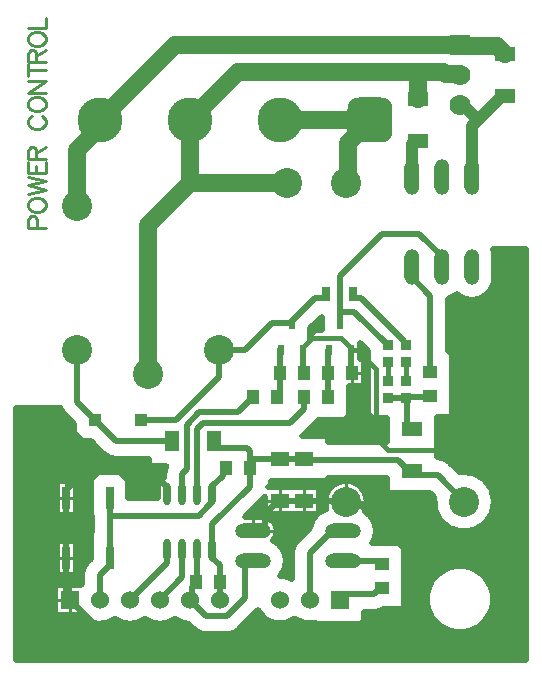
<source format=gtl>
G04*
G04 #@! TF.GenerationSoftware,Altium Limited,Altium Designer,20.2.5 (213)*
G04*
G04 Layer_Physical_Order=1*
G04 Layer_Color=255*
%FSLAX25Y25*%
%MOIN*%
G70*
G04*
G04 #@! TF.SameCoordinates,D46C28A9-7DA0-4B25-B7FC-F21E02E80399*
G04*
G04*
G04 #@! TF.FilePolarity,Positive*
G04*
G01*
G75*
%ADD13C,0.01000*%
%ADD14O,0.02362X0.07480*%
%ADD15R,0.04400X0.04400*%
%ADD16R,0.05000X0.04000*%
%ADD17O,0.12000X0.05000*%
%ADD18R,0.02200X0.03400*%
%ADD19R,0.02900X0.05000*%
%ADD20R,0.04000X0.05000*%
%ADD21R,0.03200X0.03200*%
%ADD22R,0.06800X0.05000*%
%ADD23R,0.06000X0.05000*%
%ADD24R,0.05000X0.06800*%
%ADD25R,0.02500X0.07500*%
%ADD26O,0.05000X0.12000*%
%ADD47C,0.02000*%
%ADD48C,0.04000*%
%ADD49C,0.01500*%
%ADD50C,0.06000*%
%ADD51C,0.06000*%
%ADD52R,0.06000X0.06000*%
%ADD53C,0.15000*%
G04:AMPARAMS|DCode=54|XSize=150mil|YSize=150mil|CornerRadius=37.5mil|HoleSize=0mil|Usage=FLASHONLY|Rotation=180.000|XOffset=0mil|YOffset=0mil|HoleType=Round|Shape=RoundedRectangle|*
%AMROUNDEDRECTD54*
21,1,0.15000,0.07500,0,0,180.0*
21,1,0.07500,0.15000,0,0,180.0*
1,1,0.07500,-0.03750,0.03750*
1,1,0.07500,0.03750,0.03750*
1,1,0.07500,0.03750,-0.03750*
1,1,0.07500,-0.03750,-0.03750*
%
%ADD54ROUNDEDRECTD54*%
%ADD55C,0.10000*%
%ADD56C,0.07000*%
%ADD57R,0.07000X0.07000*%
D13*
X114000Y95700D02*
X117000D01*
X114000Y92200D02*
Y95700D01*
X113740Y103400D02*
X115840D01*
X112000Y52701D02*
X118000D01*
X112000D02*
Y58701D01*
X106000Y52701D02*
X112000D01*
X98000Y53000D02*
Y56500D01*
Y53000D02*
X102000D01*
X98000Y49500D02*
Y53000D01*
X90000D02*
Y56500D01*
X86000Y53000D02*
X90000D01*
Y49500D02*
Y53000D01*
X81000Y43000D02*
Y46500D01*
Y43000D02*
X88000D01*
X18800Y54000D02*
Y58750D01*
Y54000D02*
X21050D01*
X18800Y49250D02*
Y54000D01*
X16550D02*
X18800D01*
Y34000D02*
Y38750D01*
Y34000D02*
X21050D01*
X18800Y29250D02*
Y34000D01*
X16550D02*
X18800D01*
X20000Y20000D02*
Y24000D01*
Y16000D02*
Y20000D01*
X16000D02*
X20000D01*
X9144Y144000D02*
Y146571D01*
X8858Y147428D01*
X8572Y147713D01*
X8001Y147999D01*
X7144D01*
X6573Y147713D01*
X6287Y147428D01*
X6001Y146571D01*
Y144000D01*
X12000D01*
X6001Y151056D02*
X6287Y150484D01*
X6858Y149913D01*
X7430Y149627D01*
X8286Y149342D01*
X9715D01*
X10572Y149627D01*
X11143Y149913D01*
X11714Y150484D01*
X12000Y151056D01*
Y152198D01*
X11714Y152770D01*
X11143Y153341D01*
X10572Y153627D01*
X9715Y153912D01*
X8286D01*
X7430Y153627D01*
X6858Y153341D01*
X6287Y152770D01*
X6001Y152198D01*
Y151056D01*
Y155312D02*
X12000Y156740D01*
X6001Y158168D02*
X12000Y156740D01*
X6001Y158168D02*
X12000Y159597D01*
X6001Y161025D02*
X12000Y159597D01*
X6001Y165938D02*
Y162225D01*
X12000D01*
Y165938D01*
X8858Y162225D02*
Y164510D01*
X6001Y166938D02*
X12000D01*
X6001D02*
Y169509D01*
X6287Y170366D01*
X6573Y170651D01*
X7144Y170937D01*
X7715D01*
X8286Y170651D01*
X8572Y170366D01*
X8858Y169509D01*
Y166938D01*
Y168938D02*
X12000Y170937D01*
X7430Y181278D02*
X6858Y180992D01*
X6287Y180421D01*
X6001Y179850D01*
Y178707D01*
X6287Y178136D01*
X6858Y177564D01*
X7430Y177279D01*
X8286Y176993D01*
X9715D01*
X10572Y177279D01*
X11143Y177564D01*
X11714Y178136D01*
X12000Y178707D01*
Y179850D01*
X11714Y180421D01*
X11143Y180992D01*
X10572Y181278D01*
X6001Y184677D02*
X6287Y184106D01*
X6858Y183534D01*
X7430Y183249D01*
X8286Y182963D01*
X9715D01*
X10572Y183249D01*
X11143Y183534D01*
X11714Y184106D01*
X12000Y184677D01*
Y185820D01*
X11714Y186391D01*
X11143Y186962D01*
X10572Y187248D01*
X9715Y187533D01*
X8286D01*
X7430Y187248D01*
X6858Y186962D01*
X6287Y186391D01*
X6001Y185820D01*
Y184677D01*
Y188933D02*
X12000D01*
X6001D02*
X12000Y192932D01*
X6001D02*
X12000D01*
X6001Y196589D02*
X12000D01*
X6001Y194589D02*
Y198588D01*
Y199302D02*
X12000D01*
X6001D02*
Y201873D01*
X6287Y202730D01*
X6573Y203016D01*
X7144Y203302D01*
X7715D01*
X8286Y203016D01*
X8572Y202730D01*
X8858Y201873D01*
Y199302D01*
Y201302D02*
X12000Y203302D01*
X6001Y206358D02*
X6287Y205787D01*
X6858Y205216D01*
X7430Y204930D01*
X8286Y204644D01*
X9715D01*
X10572Y204930D01*
X11143Y205216D01*
X11714Y205787D01*
X12000Y206358D01*
Y207501D01*
X11714Y208072D01*
X11143Y208643D01*
X10572Y208929D01*
X9715Y209215D01*
X8286D01*
X7430Y208929D01*
X6858Y208643D01*
X6287Y208072D01*
X6001Y207501D01*
Y206358D01*
Y210614D02*
X12000D01*
Y214042D01*
D14*
X67500Y55252D02*
D03*
X62500D02*
D03*
X57500D02*
D03*
X52500D02*
D03*
X67500Y36748D02*
D03*
X62500D02*
D03*
X57500D02*
D03*
X52500D02*
D03*
D15*
X28400Y80000D02*
D03*
X43600D02*
D03*
D16*
X124000Y32000D02*
D03*
Y24000D02*
D03*
X140000Y96000D02*
D03*
Y88000D02*
D03*
D17*
X111000Y33000D02*
D03*
Y43000D02*
D03*
X81000D02*
D03*
Y33000D02*
D03*
D18*
X106260Y103400D02*
D03*
X113740Y103400D02*
D03*
X110000Y112000D02*
D03*
X90260Y103200D02*
D03*
X97740Y103200D02*
D03*
X94000Y111800D02*
D03*
D19*
X114528Y122000D02*
D03*
X105472D02*
D03*
D20*
X114000Y95700D02*
D03*
X106000D02*
D03*
X98000Y95500D02*
D03*
X90000D02*
D03*
X106000Y87500D02*
D03*
X98000D02*
D03*
X89000D02*
D03*
X81000D02*
D03*
X72000Y64000D02*
D03*
X80000D02*
D03*
X70000Y26000D02*
D03*
X62000D02*
D03*
D21*
X126000Y87200D02*
D03*
Y92800D02*
D03*
Y104800D02*
D03*
Y99200D02*
D03*
X132000Y104800D02*
D03*
Y99200D02*
D03*
Y87200D02*
D03*
Y92800D02*
D03*
D22*
X134000Y63000D02*
D03*
Y77000D02*
D03*
X136000Y187000D02*
D03*
Y173000D02*
D03*
X165000Y188000D02*
D03*
Y202000D02*
D03*
D23*
X90000Y67000D02*
D03*
Y53000D02*
D03*
X98000Y67000D02*
D03*
Y53000D02*
D03*
D24*
X54000Y73000D02*
D03*
X68000D02*
D03*
D25*
X18800Y54000D02*
D03*
Y34000D02*
D03*
X33200D02*
D03*
Y54000D02*
D03*
D26*
X154000Y131000D02*
D03*
Y161000D02*
D03*
X134000D02*
D03*
X144000D02*
D03*
Y131000D02*
D03*
X133906Y130999D02*
D03*
D47*
X161500Y134500D02*
G03*
X161071Y137000I-7500J0D01*
G01*
X149000Y121910D02*
G03*
X161500Y127500I5000J5590D01*
G01*
X146000Y120272D02*
G03*
X149000Y121910I-2000J7228D01*
G01*
X161370Y52701D02*
G03*
X149956Y62600I-10000J0D01*
G01*
X146807Y65749D02*
G03*
X142565Y67506I-4243J-4243D01*
G01*
X141471Y54115D02*
G03*
X161370Y52701I9900J-1414D01*
G01*
X146810Y65746D02*
G03*
X142565Y67506I-4245J-4240D01*
G01*
X120844Y39000D02*
G03*
X122000Y43000I-6344J4000D01*
G01*
X118229Y49507D02*
G03*
X119000Y52701I-6229J3194D01*
G01*
X122000Y43000D02*
G03*
X118229Y49507I-7500J0D01*
G01*
D02*
G03*
X119000Y52701I-6229J3194D01*
G01*
X121500Y16000D02*
G03*
X124817Y17000I0J6000D01*
G01*
X121500Y16000D02*
G03*
X124817Y17000I0J6000D01*
G01*
X102243Y79257D02*
G03*
X102873Y80000I-4243J4243D01*
G01*
X102240Y79255D02*
G03*
X102873Y80000I-4240J4245D01*
G01*
X119000Y52701D02*
G03*
X105456Y50216I-7000J0D01*
G01*
X119000Y52701D02*
G03*
X105456Y50216I-7000J0D01*
G01*
X52093Y64600D02*
G03*
X51500Y62000I5407J-2600D01*
G01*
X105456Y50216D02*
G03*
X103000Y49000I2044J-7216D01*
G01*
D02*
G03*
X102401Y48500I4500J-6000D01*
G01*
D02*
G03*
X100075Y44061I5099J-5500D01*
G01*
X84243Y53460D02*
G03*
X85000Y54386I-4243J4243D01*
G01*
X84240Y53457D02*
G03*
X85000Y54386I-4240J4245D01*
G01*
X87664Y39800D02*
G03*
X89000Y43000I-3164J3200D01*
G01*
D02*
G03*
X84500Y47500I-4500J0D01*
G01*
X31155Y68760D02*
G03*
X35400Y67000I4245J4240D01*
G01*
X31157Y68757D02*
G03*
X35400Y67000I4243J4243D01*
G01*
X16729Y84000D02*
G03*
X18135Y81779I5649J2022D01*
G01*
X16729Y84000D02*
G03*
X18138Y81777I5649J2022D01*
G01*
X52093Y64600D02*
G03*
X51500Y62000I5407J-2600D01*
G01*
Y60831D02*
G03*
X49319Y57811I1000J-3020D01*
G01*
X95757Y39743D02*
G03*
X94000Y35500I4243J-4243D01*
G01*
X95760Y39745D02*
G03*
X94000Y35500I4240J-4245D01*
G01*
X92000Y33000D02*
G03*
X87664Y39800I-7500J0D01*
G01*
X95000Y13755D02*
G03*
X102000Y12254I5000J6245D01*
G01*
X82792Y16529D02*
G03*
X95000Y13755I7208J3471D01*
G01*
X90090Y27999D02*
G03*
X92000Y33000I-5590J5001D01*
G01*
X94000Y26928D02*
G03*
X90090Y27999I-4000J-6928D01*
G01*
X55000Y13755D02*
G03*
X59499Y12016I5000J6245D01*
G01*
X24112Y14584D02*
G03*
X35000Y13755I5888J5416D01*
G01*
D02*
G03*
X45000Y13755I5000J6245D01*
G01*
D02*
G03*
X55000Y13755I5000J6245D01*
G01*
X72278Y8500D02*
G03*
X76523Y10260I0J6000D01*
G01*
X72278Y8500D02*
G03*
X76521Y10257I0J6000D01*
G01*
X61255Y10260D02*
G03*
X65500Y8500I4245J4240D01*
G01*
X61257Y10257D02*
G03*
X65500Y8500I4243J4243D01*
G01*
X25757Y32543D02*
G03*
X24000Y28300I4243J-4243D01*
G01*
X25760Y32545D02*
G03*
X24000Y28300I4240J-4245D01*
G01*
Y25499D02*
G03*
X15391Y25000I-4000J-5499D01*
G01*
X24000Y25291D02*
G03*
X23755Y25000I6000J-5291D01*
G01*
X15391D02*
G03*
X15000Y24609I4609J-5000D01*
G01*
Y15391D02*
G03*
X15391Y15000I5000J4609D01*
G01*
X23755D02*
G03*
X24112Y14584I6245J5000D01*
G01*
X15391Y15000D02*
G03*
X24112Y14584I4609J5000D01*
G01*
X15000Y24609D02*
G03*
X15000Y15391I5000J-4609D01*
G01*
X168994Y137000D02*
X172000Y133994D01*
X166166Y137000D02*
X172000Y131166D01*
X161071Y137000D02*
X172000D01*
X163337D02*
X172000Y128337D01*
X161486Y127050D02*
X171437Y137000D01*
X161500Y133180D02*
X172000Y122680D01*
X161303Y136205D02*
X172000Y125509D01*
X161500Y132720D02*
X165780Y137000D01*
X161500Y129892D02*
X168608Y137000D01*
X161435Y135484D02*
X162951Y137000D01*
X161500Y127500D02*
Y134500D01*
X151688Y120365D02*
X172000Y100053D01*
X148042Y121183D02*
X172000Y97225D01*
X147500Y101750D02*
X172000Y126250D01*
X147500Y98921D02*
X172000Y123421D01*
X154835Y120047D02*
X172000Y102882D01*
X147500Y90436D02*
X172000Y114936D01*
X147500Y101926D02*
X172000Y77426D01*
X161500Y130352D02*
X172000Y119852D01*
X161500Y127524D02*
X172000Y117024D01*
X161103Y125092D02*
X172000Y114195D01*
X160154Y123213D02*
X172000Y111367D01*
X158801Y121738D02*
X172000Y108538D01*
X157058Y120652D02*
X172000Y105710D01*
X146000Y117220D02*
X149960Y121181D01*
X146000Y103078D02*
X172000Y129078D01*
X146000Y108735D02*
X172000Y134735D01*
X146000Y105907D02*
X172000Y131907D01*
X146000Y114392D02*
X151906Y120298D01*
X147500Y96093D02*
X172000Y120593D01*
X146000Y111564D02*
X154450Y120013D01*
X146000Y120049D02*
X146319Y120367D01*
X146000Y103000D02*
Y120272D01*
Y103426D02*
X146426Y103000D01*
X147500Y101926D01*
X146000Y103000D02*
X147500D01*
X146000Y111911D02*
X172000Y85911D01*
X147500Y84779D02*
X172000Y109279D01*
X146000Y109082D02*
X172000Y83082D01*
X147500Y81951D02*
X172000Y106451D01*
X146000Y106254D02*
X172000Y80254D01*
X142400Y74022D02*
X172000Y103622D01*
X146097Y120299D02*
X172000Y94396D01*
X147500Y93264D02*
X172000Y117764D01*
X146000Y117568D02*
X172000Y91568D01*
X147500Y95000D02*
Y103000D01*
Y87608D02*
X172000Y112108D01*
X146000Y114739D02*
X172000Y88739D01*
X147500Y93440D02*
X172000Y68940D01*
X147500Y90612D02*
X172000Y66112D01*
X147500Y99097D02*
X172000Y74597D01*
X147500Y96269D02*
X172000Y71769D01*
X150865Y62688D02*
X172000Y83823D01*
X153481Y62476D02*
X172000Y80995D01*
X147538Y65018D02*
X172000Y89480D01*
X147500Y89000D02*
Y95000D01*
Y81000D02*
Y89000D01*
Y95000D01*
X148952Y63604D02*
X172000Y86652D01*
X147500Y87783D02*
X172000Y63283D01*
X146810Y65746D02*
X149956Y62600D01*
X155597Y61764D02*
X172000Y78166D01*
X147500Y82127D02*
X172000Y57627D01*
X147500Y84955D02*
X172000Y60455D01*
X158840Y59349D02*
X172000Y72510D01*
X160026Y57708D02*
X172000Y69681D01*
X157366Y60704D02*
X172000Y75338D01*
X160895Y55747D02*
X172000Y66853D01*
X161347Y53372D02*
X172000Y64024D01*
X161252Y54232D02*
X172000Y43485D01*
X161282Y51374D02*
X172000Y40656D01*
X161069Y50265D02*
X172000Y61196D01*
X144155Y67292D02*
X172000Y95137D01*
X146068Y66377D02*
X172000Y92309D01*
X142400Y71194D02*
X172000Y100794D01*
X142400Y68365D02*
X172000Y97965D01*
X146549Y81000D02*
X147500Y81951D01*
X142400Y81000D02*
X147500D01*
X142400Y76851D02*
X146549Y81000D01*
X142400Y70500D02*
Y81000D01*
Y79679D02*
X143721Y81000D01*
X142400Y69500D02*
Y70500D01*
Y67506D02*
Y69500D01*
Y70500D01*
X145798Y81000D02*
X172000Y54798D01*
X142970Y81000D02*
X172000Y51970D01*
X142400Y78741D02*
X172000Y49141D01*
X142400Y73084D02*
X152902Y62583D01*
X142400Y75913D02*
X172000Y46313D01*
X142400Y70256D02*
X150044Y62612D01*
X134529Y55500D02*
X143510Y46518D01*
X140086Y55500D02*
X141471Y54115D01*
X137357Y55500D02*
X141455Y51402D01*
X130005Y39000D02*
X141595Y50590D01*
X119400Y98200D02*
Y99400D01*
Y93800D02*
Y98200D01*
X118000Y97706D02*
X119400Y99106D01*
Y93800D02*
Y98200D01*
X118000Y94877D02*
X119400Y96277D01*
X118000Y94656D02*
X119400Y93256D01*
X118000Y97484D02*
X119400Y96084D01*
Y99400D02*
Y102915D01*
Y99400D02*
Y102915D01*
X117666Y100200D02*
X119400Y101934D01*
Y98200D02*
Y99400D01*
Y98200D02*
Y99400D01*
X116840Y101473D02*
X119400Y98913D01*
Y92600D02*
Y93800D01*
Y92600D02*
Y93800D01*
Y92600D02*
Y93800D01*
X118000Y92049D02*
X119400Y93449D01*
X120742Y80600D02*
X125600Y75742D01*
Y72750D02*
Y80600D01*
X119400Y81942D02*
X120742Y80600D01*
X119400Y86200D02*
Y92600D01*
Y86200D02*
Y92600D01*
X118000Y91200D02*
Y100200D01*
Y91828D02*
X119400Y90428D01*
Y80600D02*
Y86200D01*
X117151Y91200D02*
X118000Y92049D01*
X116840Y105031D02*
X117062Y105253D01*
X116840Y104301D02*
X119400Y101741D01*
X116840Y105475D02*
X119400Y102915D01*
X116840Y100200D02*
Y105475D01*
Y102203D02*
X118476Y103839D01*
X116840Y100200D02*
X118000D01*
X113000Y91200D02*
X118000D01*
X113000Y88200D02*
Y91200D01*
Y88200D02*
Y91200D01*
Y89877D02*
X114323Y91200D01*
X115799D02*
X119400Y87599D01*
X113000Y91171D02*
X119400Y84771D01*
X113000Y84220D02*
X119400Y90620D01*
X113000Y85514D02*
X125600Y72914D01*
X113000Y82686D02*
X122935Y72750D01*
X113000Y88342D02*
X119400Y81942D01*
X113000Y81392D02*
X119400Y87792D01*
X113000Y80000D02*
Y88200D01*
Y87049D02*
X117151Y91200D01*
X111608Y80000D02*
X113000Y81392D01*
X110015Y72750D02*
X119400Y82135D01*
X107186Y72750D02*
X119400Y84964D01*
X123571Y80600D02*
X125600Y78571D01*
X124157Y72750D02*
X125600Y74193D01*
X118500Y72750D02*
X125600Y79850D01*
X121329Y72750D02*
X125600Y77021D01*
Y55500D02*
X140086D01*
X125600Y55943D02*
X126043Y55500D01*
X119654Y48448D02*
X126706Y55500D01*
X123622Y60750D02*
X125600Y58772D01*
X120793Y60750D02*
X125600Y55943D01*
X119400Y80600D02*
X125400D01*
X125600Y55500D02*
Y60750D01*
X118964Y53414D02*
X125600Y60051D01*
X118513Y50135D02*
X125600Y57222D01*
X121757Y44894D02*
X132363Y55500D01*
X121965Y42273D02*
X135191Y55500D01*
X121520Y39000D02*
X138020Y55500D01*
X124348Y39000D02*
X140467Y55119D01*
X127177Y39000D02*
X141383Y53206D01*
X118870Y51359D02*
X131230Y39000D01*
X120917Y46882D02*
X129535Y55500D01*
X121988Y42584D02*
X125573Y39000D01*
X120844D02*
X123000D01*
X121482Y40262D02*
X122745Y39000D01*
X120844D02*
X123000D01*
X112843Y72750D02*
X120693Y80600D01*
X115672Y72750D02*
X123522Y80600D01*
X107200Y80000D02*
X114450Y72750D01*
X110029Y80000D02*
X117279Y72750D01*
X106000D02*
X125600D01*
X112857Y80000D02*
X120107Y72750D01*
X106000Y60750D02*
X125600D01*
X106000Y72750D02*
Y74500D01*
X111042Y59635D02*
X112157Y60750D01*
X106000Y74392D02*
X111608Y80000D01*
X109480Y60750D02*
X110659Y59571D01*
X112308Y60750D02*
X113525Y59532D01*
X106000Y60250D02*
X106500Y60750D01*
X117237Y57345D02*
X120642Y60750D01*
X118356Y55635D02*
X123471Y60750D01*
X115704Y58640D02*
X117814Y60750D01*
X113721Y59486D02*
X114986Y60750D01*
X106651D02*
X108588Y58813D01*
X106000Y59500D02*
Y60750D01*
X160707Y49120D02*
X172000Y37828D01*
X159752Y47247D02*
X172000Y34999D01*
X158491Y45680D02*
X172000Y32171D01*
X156944Y44398D02*
X172000Y29342D01*
X158225Y27622D02*
X172000Y41397D01*
X159428Y25997D02*
X172000Y38568D01*
X156750Y28975D02*
X172000Y44225D01*
X156627Y29083D02*
X156998Y28757D01*
X157391Y28456D01*
X155644Y29740D02*
X156627Y29083D01*
X158227Y27620D02*
X158528Y27228D01*
X158854Y26856D01*
X157391Y28456D02*
X158227Y27620D01*
X160972Y19056D02*
X172000Y30083D01*
Y0D02*
Y137000D01*
X160353Y24093D02*
X172000Y35740D01*
X160937Y21849D02*
X172000Y32912D01*
X160716Y22964D02*
X160946Y21804D01*
X160405Y23967D02*
X172000Y12372D01*
X159685Y14940D02*
X172000Y27255D01*
X159510Y25874D02*
X159729Y25430D01*
X159976Y25002D01*
X158854Y26856D02*
X159510Y25874D01*
X160429Y23910D02*
X160557Y23432D01*
X160716Y22964D01*
X159976Y25002D02*
X160429Y23910D01*
X150562Y31273D02*
X172000Y52711D01*
X152980Y30862D02*
X172000Y49882D01*
X147441Y30980D02*
X172000Y55539D01*
X128872Y55500D02*
X153737Y30635D01*
X153202Y30786D02*
X153680Y30658D01*
X154772Y30206D01*
X152734Y30945D02*
X153202Y30786D01*
X149409Y31273D02*
X150591D01*
X151081Y31208D01*
X126043Y55500D02*
X150271Y31273D01*
X151081Y31208D02*
X151575Y31176D01*
X152734Y30945D01*
X148919Y31208D02*
X149409Y31273D01*
X155013Y30067D02*
X172000Y47054D01*
X155094Y43420D02*
X172000Y26514D01*
X131700Y55500D02*
X172000Y15200D01*
X152871Y42814D02*
X172000Y23686D01*
X150072Y42785D02*
X172000Y20857D01*
X147574Y0D02*
X172000Y24426D01*
X145188Y44841D02*
X172000Y18029D01*
X131500Y17867D02*
X172000Y58367D01*
X131500Y20696D02*
X153806Y43002D01*
X154772Y30206D02*
X155200Y29959D01*
X155644Y29740D01*
X131500Y23524D02*
X150699Y42723D01*
X161043Y20230D02*
Y20820D01*
Y19639D02*
Y20230D01*
X160946Y21804D02*
X160979Y21311D01*
X161043Y20820D01*
X160979Y19148D02*
X161043Y19639D01*
X160946Y18655D02*
X160979Y19148D01*
X160716Y17496D02*
X160946Y18655D01*
X160557Y17027D02*
X160716Y17496D01*
X160429Y16549D02*
X160557Y17027D01*
X159976Y15458D02*
X160429Y16549D01*
X159729Y15029D02*
X159976Y15458D01*
X159510Y14586D02*
X159729Y15029D01*
X158854Y13603D02*
X159510Y14586D01*
X161043Y20500D02*
X172000Y9543D01*
X160799Y17916D02*
X172000Y6715D01*
X160109Y15777D02*
X172000Y3886D01*
X159095Y13963D02*
X172000Y1058D01*
X164544Y0D02*
X172000Y7456D01*
X158888Y0D02*
X172000Y13113D01*
X158528Y13231D02*
X158854Y13603D01*
X158227Y12839D02*
X158528Y13231D01*
X157809Y12421D02*
X170230Y0D01*
X167373D02*
X172000Y4627D01*
X170201Y0D02*
X172000Y1799D01*
X161716Y0D02*
X172000Y10284D01*
X157391Y12003D02*
X158227Y12839D01*
X156998Y11702D02*
X157391Y12003D01*
X156627Y11376D02*
X156998Y11702D01*
X155644Y10719D02*
X156627Y11376D01*
X155200Y10501D02*
X155644Y10719D01*
X154772Y10253D02*
X155200Y10501D01*
X153680Y9801D02*
X154772Y10253D01*
X153202Y9673D02*
X153680Y9801D01*
X152734Y9514D02*
X153202Y9673D01*
X151575Y9283D02*
X152734Y9514D01*
X151081Y9251D02*
X151575Y9283D01*
X150591Y9187D02*
X151081Y9251D01*
X149409Y9187D02*
X150591D01*
X153231Y0D02*
X172000Y18769D01*
X156059Y0D02*
X172000Y15941D01*
X150402Y0D02*
X172000Y21598D01*
X154452Y10121D02*
X164573Y0D01*
X156266Y11135D02*
X167401Y0D01*
X152314Y9430D02*
X161744Y0D01*
X131500Y18931D02*
X150431Y0D01*
X144745D02*
X155290Y10545D01*
X131500Y21759D02*
X153259Y0D01*
X146263Y9824D02*
X156088Y0D01*
X149730Y9187D02*
X158916Y0D01*
X141917D02*
X151174Y9257D01*
X148425Y31176D02*
X148919Y31208D01*
X147266Y30945D02*
X148425Y31176D01*
X146798Y30786D02*
X147266Y30945D01*
X146320Y30658D02*
X146798Y30786D01*
X145228Y30206D02*
X146320Y30658D01*
X144800Y29959D02*
X145228Y30206D01*
X144356Y29740D02*
X144800Y29959D01*
X143373Y29083D02*
X144356Y29740D01*
X143002Y28757D02*
X143373Y29083D01*
X142609Y28456D02*
X143002Y28757D01*
X141773Y27620D02*
X142609Y28456D01*
X141472Y27228D02*
X141773Y27620D01*
X141146Y26856D02*
X141472Y27228D01*
X140490Y25874D02*
X141146Y26856D01*
X140271Y25430D02*
X140490Y25874D01*
X140024Y25002D02*
X140271Y25430D01*
X139571Y23910D02*
X140024Y25002D01*
X139443Y23432D02*
X139571Y23910D01*
X139284Y22964D02*
X139443Y23432D01*
X139054Y21804D02*
X139284Y22964D01*
X139021Y21311D02*
X139054Y21804D01*
X138957Y20230D02*
Y20820D01*
X139021Y19148D02*
X139054Y18655D01*
X139284Y17496D01*
X138957Y19639D02*
X139021Y19148D01*
X131500Y37666D02*
X142307Y48474D01*
X118832Y54226D02*
X143734Y29324D01*
X117965Y60750D02*
X147686Y31029D01*
X115136Y60750D02*
X145548Y30338D01*
X131500Y32010D02*
X144721Y45231D01*
X131500Y29181D02*
X146363Y44044D01*
X131500Y34838D02*
X143367Y46705D01*
X123000Y39000D02*
X131500D01*
X131230D02*
X131500Y38730D01*
X121352Y46049D02*
X128401Y39000D01*
X131500Y38730D02*
X142191Y28038D01*
X131500Y35901D02*
X140905Y26496D01*
X131500Y31000D02*
Y39000D01*
Y33073D02*
X139891Y24682D01*
X131500Y30244D02*
X139201Y22544D01*
X131500Y26353D02*
X148324Y43176D01*
X138957Y20820D02*
X139021Y21311D01*
X131500Y24588D02*
X139595Y16493D01*
X116461Y0D02*
X139250Y22788D01*
X131500Y25000D02*
Y31000D01*
Y27416D02*
X138957Y19959D01*
X131500Y25000D02*
Y31000D01*
X138957Y19639D02*
Y20230D01*
X131500Y17000D02*
Y25000D01*
X119289Y0D02*
X138957Y19667D01*
X141472Y13231D02*
X141773Y12839D01*
X142609Y12003D01*
X140490Y14586D02*
X141146Y13603D01*
X141472Y13231D01*
X143002Y11702D02*
X143373Y11376D01*
X144356Y10719D01*
X142609Y12003D02*
X143002Y11702D01*
X139284Y17496D02*
X139443Y17027D01*
X139571Y16549D01*
X130633Y17000D02*
X131500Y17867D01*
X140024Y15458D02*
X140271Y15029D01*
X140490Y14586D01*
X139571Y16549D02*
X140024Y15458D01*
X146798Y9673D02*
X147266Y9514D01*
X148425Y9283D01*
X146320Y9801D02*
X146798Y9673D01*
X148425Y9283D02*
X148919Y9251D01*
X149409Y9187D01*
X139088Y0D02*
X148381Y9292D01*
X144356Y10719D02*
X144800Y10501D01*
X133432Y0D02*
X144233Y10802D01*
X130603Y0D02*
X142608Y12004D01*
X144800Y10501D02*
X145228Y10253D01*
X146320Y9801D01*
X136260Y0D02*
X146137Y9877D01*
X127774Y17000D02*
X144774Y0D01*
X130602Y17000D02*
X147602Y0D01*
X122118D02*
X139368Y17250D01*
X124817Y17000D02*
X131500D01*
X127775Y0D02*
X141254Y13480D01*
X122941Y16176D02*
X139117Y0D01*
X118000Y12853D02*
X121147Y16000D01*
X118000D02*
X121500D01*
X118000Y15681D02*
X118319Y16000D01*
X118000Y12000D02*
Y16000D01*
X117147Y12000D02*
X118000Y12853D01*
X120289Y16000D02*
X136289Y0D01*
X124945Y17000D02*
X141946Y0D01*
X113633D02*
X130633Y17000D01*
X118000Y15460D02*
X133460Y0D01*
X124946D02*
X140163Y15216D01*
X118000Y12632D02*
X130632Y0D01*
X110804D02*
X127804Y17000D01*
X115803Y12000D02*
X127803Y0D01*
X107976D02*
X124976Y17000D01*
X110146Y12000D02*
X122146Y0D01*
X112975Y12000D02*
X124975Y0D01*
X107318Y12000D02*
X119318Y0D01*
X102535Y112950D02*
X103900Y111584D01*
Y110100D02*
Y114315D01*
X100160Y110100D02*
X103900D01*
X102110D02*
X103900Y111890D01*
X102873Y80000D02*
X105000D01*
X113000D01*
X102873D02*
X105000D01*
X101121Y111535D02*
X102556Y110100D01*
X100160Y106900D02*
Y110100D01*
X100100Y106900D02*
Y110515D01*
X100160Y108150D02*
X102110Y110100D01*
X103280Y74500D02*
X108780Y80000D01*
X104372D02*
X111622Y72750D01*
X102264Y79279D02*
X108793Y72750D01*
X103000Y54421D02*
X109329Y60750D01*
X105073Y59500D02*
X106987Y57586D01*
X100850Y77865D02*
X104215Y74500D01*
X105250Y59500D02*
X106000Y60250D01*
X100451Y74500D02*
X105951Y80000D01*
X103000Y57250D02*
X105250Y59500D01*
X102244D02*
X105798Y55946D01*
X100422Y57500D02*
X102422Y59500D01*
X100100Y110515D02*
X103900Y114315D01*
X99436Y76451D02*
X101386Y74500D01*
X97688Y74702D02*
X102240Y79255D01*
X97623Y74500D02*
X103123Y80000D01*
X98022Y75036D02*
X98558Y74500D01*
X98000Y59500D02*
X106000D01*
X97475Y74500D02*
X106000D01*
X97475Y74500D02*
X98000D01*
X46500Y64600D02*
X52093D01*
X90000Y59500D02*
X98000D01*
X87000Y59500D02*
X98000D01*
X87000Y58220D02*
X88280Y59500D01*
X97593Y57500D02*
X99593Y59500D01*
X99416D02*
X101416Y57500D01*
X96588Y59500D02*
X98588Y57500D01*
X93759Y59500D02*
X95759Y57500D01*
X94765D02*
X96765Y59500D01*
X91936Y57500D02*
X93937Y59500D01*
X89108Y57500D02*
X91108Y59500D01*
X90931D02*
X92931Y57500D01*
X88102Y59500D02*
X90102Y57500D01*
X87000Y57774D02*
X87274Y57500D01*
X87000D02*
Y59500D01*
X86280Y57500D02*
X87000Y58220D01*
X103000Y55916D02*
X105091Y53825D01*
X103000Y51593D02*
X105066Y53659D01*
X95000Y57500D02*
X103000D01*
Y49000D02*
Y57500D01*
Y53088D02*
X105254Y50834D01*
X103704Y49468D02*
X105215Y50979D01*
X103000Y50259D02*
X103759Y49500D01*
X93000Y57500D02*
X95000D01*
X93000D02*
X95000D01*
X101931Y48500D02*
X102162Y48269D01*
X99102Y48500D02*
X100950Y46653D01*
X95000Y48500D02*
X102401D01*
X96274D02*
X100173Y44601D01*
X93445Y48500D02*
X98980Y42965D01*
X90617Y48500D02*
X97566Y41551D01*
X93000Y48500D02*
X95000D01*
X95760Y39745D02*
X100075Y44061D01*
X93000Y48500D02*
X95000D01*
X85997Y57500D02*
X87000D01*
X93000D01*
X85000Y48500D02*
X93000D01*
X83536Y52753D02*
X85000Y51289D01*
Y48500D02*
Y54386D01*
X78283Y47500D02*
X84240Y53457D01*
X80707Y49924D02*
X83132Y47500D01*
X81937D02*
X85000Y50564D01*
X79293Y48510D02*
X80303Y47500D01*
X88313Y45391D02*
X91422Y48500D01*
X88993Y43243D02*
X94250Y48500D01*
X87789D02*
X96152Y40137D01*
X86900Y46807D02*
X88593Y48500D01*
X84758Y47493D02*
X85765Y48500D01*
X82121Y51339D02*
X86365Y47096D01*
X79108Y47500D02*
X85000Y53392D01*
X78283Y47500D02*
X84500D01*
X21200Y72800D02*
X27115D01*
X31155Y68760D01*
X35400Y67000D02*
X46500D01*
Y64600D02*
Y67000D01*
X32133Y62750D02*
X36383Y67000D01*
X15519Y84000D02*
X21200Y78319D01*
Y72800D02*
Y78715D01*
Y75491D02*
X23891Y72800D01*
X18138Y81777D02*
X21200Y78715D01*
X43833Y67000D02*
X50527Y60306D01*
X41004Y67000D02*
X49415Y58589D01*
X35347Y67000D02*
X48347Y54000D01*
X37789Y62750D02*
X42039Y67000D01*
X39450Y61582D02*
X44868Y67000D01*
X34961Y62750D02*
X39211Y67000D01*
X23891Y72800D02*
X33941Y62750D01*
X26719Y72800D02*
X36769Y62750D01*
X17819Y59750D02*
X28992Y70923D01*
X29304Y62750D02*
X33778Y67224D01*
X22050Y58324D02*
X31872Y68147D01*
X20647Y59750D02*
X30406Y69509D01*
X12691Y84000D02*
X21200Y75491D01*
X9862Y84000D02*
X31112Y62750D01*
X2000Y84000D02*
X16729Y84000D01*
X7034Y84000D02*
X28284Y62750D01*
X2000Y66558D02*
X17703Y82261D01*
X4205Y84000D02*
X26950Y61255D01*
X2000Y63730D02*
X19092Y80822D01*
X2000Y72215D02*
X13785Y84000D01*
X2000Y69387D02*
X16613Y84000D01*
X2000Y75044D02*
X10956Y84000D01*
X2000Y80701D02*
X5299Y84000D01*
X2000Y77872D02*
X8128Y84000D01*
X2000Y83529D02*
X2471Y84000D01*
X2000Y58073D02*
X21200Y77273D01*
X2000Y80548D02*
X26950Y55598D01*
X2000Y83377D02*
X26950Y58427D01*
X2000Y52416D02*
X22384Y72800D01*
X2000Y46760D02*
X27578Y72337D01*
X2000Y49588D02*
X25212Y72800D01*
X2000Y77720D02*
X19970Y59750D01*
X2000Y74892D02*
X17142Y59750D01*
X2000Y60902D02*
X20506Y79408D01*
X2000Y72063D02*
X15550Y58513D01*
X2000Y69235D02*
X15550Y55685D01*
X2000Y55245D02*
X21200Y74445D01*
X49061Y64600D02*
X51502Y62159D01*
X40353Y54000D02*
X50953Y64600D01*
X43182Y54000D02*
X51509Y62327D01*
X51500Y60831D02*
Y62000D01*
X49319Y54000D02*
Y57811D01*
X39450Y58754D02*
X46500Y65804D01*
X39450Y55925D02*
X48125Y64600D01*
X38176Y67000D02*
X49319Y55857D01*
X26950Y62750D02*
X39450D01*
X36769D02*
X39450Y60069D01*
X26950Y60396D02*
X29304Y62750D01*
X39450Y60069D02*
X45519Y54000D01*
X46010D02*
X49319Y57309D01*
X39450Y57241D02*
X42691Y54000D01*
X39450Y54412D02*
X39862Y54000D01*
X48838D02*
X49319Y54480D01*
X39450Y54000D02*
X49319D01*
X39450D02*
Y62750D01*
X27200Y45250D02*
Y48000D01*
X26950Y45250D02*
Y62750D01*
Y46254D02*
X27200Y46504D01*
Y42750D02*
Y45250D01*
X26950Y47113D02*
X27200Y46863D01*
X22050Y55496D02*
X26950Y60396D01*
X22050Y48250D02*
Y59750D01*
X15550D02*
X22050D01*
Y57670D02*
X26950Y52770D01*
X22050Y54842D02*
X26950Y49942D01*
X22050Y49839D02*
X26950Y54739D01*
X22050Y52667D02*
X26950Y57567D01*
X2000Y63578D02*
X15550Y50028D01*
X2000Y66406D02*
X15550Y52856D01*
X22050Y52013D02*
X26950Y47113D01*
X22050Y49185D02*
X27200Y44035D01*
X17618Y39750D02*
X26950Y49082D01*
X20156Y48250D02*
X26950Y41456D01*
X20446Y39750D02*
X26950Y46254D01*
X15550Y48250D02*
X22050D01*
X15550D02*
Y59750D01*
X2000Y57921D02*
X20171Y39750D01*
X2000Y43931D02*
X15550Y57481D01*
X2000Y41103D02*
X15550Y54653D01*
Y39750D02*
X22050D01*
X2000Y55093D02*
X17343Y39750D01*
X89757Y38350D02*
X99907Y48500D01*
X90992Y36756D02*
X101032Y46796D01*
X88138Y39559D02*
X97079Y48500D01*
X88595Y44865D02*
X94862Y38598D01*
X91797Y34733D02*
X94238Y37174D01*
X87830Y39973D02*
X88393Y39411D01*
X88836Y41796D02*
X94091Y36541D01*
X91939Y32047D02*
X94000Y34108D01*
X92000Y32975D02*
X94000Y30975D01*
X90911Y36893D02*
X94000Y33803D01*
X90691Y27970D02*
X94000Y31279D01*
X81477Y15214D02*
X96691Y0D01*
X86890Y12629D02*
X99519Y0D01*
X94570Y13434D02*
X108004Y0D01*
X82520D02*
X95745Y13225D01*
X91591Y30556D02*
X94000Y28146D01*
Y26928D02*
Y35500D01*
X90634Y28684D02*
X91451Y27867D01*
X92975Y27426D02*
X94000Y28451D01*
X76523Y10260D02*
X82740Y16477D01*
X80063Y13799D02*
X93862Y0D01*
X71206D02*
X84978Y13772D01*
X54804Y13603D02*
X68406Y0D01*
X74035D02*
X86732Y12698D01*
X52996Y12582D02*
X65578Y0D01*
X22050Y38525D02*
X27200Y43675D01*
X44013Y13079D02*
X57093Y0D01*
X42922D02*
X55996Y13074D01*
X34918Y13690D02*
X48607Y0D01*
X68378D02*
X83590Y15213D01*
X23261Y14033D02*
X37293Y0D01*
X33138Y12641D02*
X45779Y0D01*
X34437D02*
X47014Y12578D01*
X31608Y0D02*
X45205Y13597D01*
X18192Y13445D02*
X31637Y0D01*
X21165Y13300D02*
X34465Y0D01*
X2000Y26808D02*
X28808Y0D01*
X20294D02*
X32801Y12506D01*
X23123Y0D02*
X36124Y13002D01*
X14638Y0D02*
X27159Y12521D01*
X102000Y12000D02*
X118000D01*
X105147Y0D02*
X117147Y12000D01*
X98731Y12101D02*
X110833Y0D01*
X101516Y12145D02*
X113661Y0D01*
X102319D02*
X114319Y12000D01*
X104490D02*
X116490Y0D01*
X99490D02*
X111490Y12000D01*
X93834Y0D02*
X105834Y12000D01*
X96662Y0D02*
X108662Y12000D01*
X92705Y12471D02*
X105176Y0D01*
X91005D02*
X103005Y12000D01*
X79691Y0D02*
X91927Y12235D01*
X85348Y0D02*
X97689Y12341D01*
X78649Y12385D02*
X91034Y0D01*
X88177D02*
X100179Y12002D01*
X90340Y12007D02*
X102347Y0D01*
X76863D02*
X88934Y12071D01*
X75762Y9615D02*
X85377Y0D01*
X77234Y10971D02*
X88205Y0D01*
X73841Y8707D02*
X82548Y0D01*
X68392Y8500D02*
X76892Y0D01*
X71220Y8500D02*
X79720Y0D01*
X65563Y8500D02*
X74063Y0D01*
X65500Y8500D02*
X72278D01*
X65549Y0D02*
X74460Y8911D01*
X59194Y12041D02*
X71235Y0D01*
X59892D02*
X68392Y8500D01*
X62721Y0D02*
X71221Y8500D01*
X57064Y0D02*
X65564Y8500D01*
X59499Y12016D02*
X61255Y10260D01*
X50717Y12032D02*
X62749Y0D01*
X48579D02*
X60047Y11468D01*
X54236Y0D02*
X63196Y8960D01*
X51407Y0D02*
X61466Y10059D01*
X42008Y12256D02*
X54264Y0D01*
X47530Y12391D02*
X59921Y0D01*
X40093D02*
X52491Y12398D01*
X39414Y12021D02*
X51436Y0D01*
X45750D02*
X58003Y12253D01*
X2000Y0D02*
X172000D01*
X27819Y12303D02*
X40122Y0D01*
X30900Y12051D02*
X42950Y0D01*
X25951D02*
X38165Y12213D01*
X28780Y0D02*
X40822Y12042D01*
X37265Y0D02*
X49296Y12031D01*
X17466Y0D02*
X29483Y12017D01*
X26950Y33735D02*
Y42750D01*
X22050Y37871D02*
X26568Y33353D01*
X17328Y48250D02*
X26950Y38628D01*
X22050Y35697D02*
X26950Y40597D01*
X25760Y32545D02*
X26950Y33735D01*
X22050Y30040D02*
X26950Y34940D01*
X22050Y32868D02*
X26950Y37768D01*
X22050Y35043D02*
X25197Y31896D01*
X22050Y32214D02*
X24250Y30014D01*
X22050Y29386D02*
X24000Y27436D01*
Y25499D02*
Y28300D01*
X22159Y26448D02*
X23607Y25000D01*
X21476Y26638D02*
X24073Y29235D01*
X22050Y28250D02*
Y39750D01*
X20357Y28250D02*
X22159Y26448D01*
X17529Y28250D02*
X19046Y26733D01*
X20779Y25000D01*
X19839D02*
X21476Y26638D01*
X18681Y26671D02*
X20260Y28250D01*
X2000Y49436D02*
X15550Y35886D01*
X2000Y29789D02*
X20461Y48250D01*
X2000Y60749D02*
X26950Y35799D01*
X2000Y26961D02*
X26950Y51911D01*
X15550Y28250D02*
X22050D01*
X2000Y40950D02*
X16899Y26052D01*
X2000Y32617D02*
X17633Y48250D01*
X2000Y38274D02*
X15550Y51824D01*
X2000Y35446D02*
X15550Y48996D01*
X2000Y52264D02*
X15550Y38714D01*
X2000Y43779D02*
X15550Y30229D01*
Y28250D02*
Y39750D01*
X2000Y46607D02*
X15550Y33057D01*
X2000Y21304D02*
X15550Y34854D01*
X2000Y15647D02*
X15550Y29197D01*
X2000Y24132D02*
X15550Y37682D01*
X17010Y25000D02*
X18681Y26671D01*
X2000Y12818D02*
X17432Y28250D01*
X2000Y38122D02*
X15122Y25000D01*
X2000Y35293D02*
X14033Y23261D01*
X2000Y0D02*
Y84000D01*
Y18475D02*
X15550Y32025D01*
X2000Y29637D02*
X13445Y18192D01*
X2000Y32465D02*
X13300Y21165D01*
X23498Y25831D02*
X24000Y26333D01*
X15391Y25000D02*
X23755D01*
X22667D02*
X23498Y25831D01*
X16899Y26052D02*
X17950Y25000D01*
X15000D02*
X15391D01*
X15000Y15391D02*
Y24609D01*
Y25000D01*
X15391Y15000D02*
X23755D01*
X22294D02*
X23261Y14033D01*
X22771Y13790D02*
X23856Y14876D01*
X19465Y15000D02*
X21165Y13300D01*
X15000Y15000D02*
X15391D01*
X16637D02*
X18192Y13445D01*
X15000Y15000D02*
Y15391D01*
X17150Y13826D02*
X18324Y15000D01*
X19380Y13228D02*
X21152Y15000D01*
X17150Y13826D02*
X18324Y15000D01*
X14033Y23261D02*
X15000Y22294D01*
X13445Y18192D02*
X15000Y16637D01*
X13300Y21165D02*
X15000Y19465D01*
X13362Y18524D02*
X15000Y20162D01*
X6152Y0D02*
X19380Y13228D01*
X8981Y0D02*
X22771Y13790D01*
X2000Y1505D02*
X15446Y14950D01*
X13329Y21319D02*
X15000Y22990D01*
X2000Y9990D02*
X13329Y21319D01*
X14169Y16502D02*
X15000Y17333D01*
X2000Y7162D02*
X13362Y18524D01*
X2000Y4333D02*
X14169Y16502D01*
X2000Y21151D02*
X23151Y0D01*
X2000Y18323D02*
X20323Y0D01*
X2000Y23980D02*
X25980Y0D01*
X3324D02*
X17150Y13826D01*
X11809Y0D02*
X25321Y13511D01*
X2000Y15495D02*
X17494Y0D01*
X2000Y12666D02*
X14666Y0D01*
X3324D02*
X17150Y13826D01*
X2000Y9838D02*
X11838Y0D01*
X2000Y4181D02*
X6181Y0D01*
X2000Y1352D02*
X3352Y0D01*
X2000Y7009D02*
X9009Y0D01*
X123500Y24000D02*
X124000D01*
X121500Y22000D02*
X123500Y24000D01*
X112000Y22000D02*
X121500D01*
X110000Y20000D02*
X112000Y22000D01*
X123000Y33000D02*
X124000Y32000D01*
X111000Y33000D02*
X123000D01*
X100000Y20000D02*
Y35500D01*
X107500Y43000D01*
X111958Y52876D02*
X114917Y53583D01*
X111850Y52850D02*
X111958Y52876D01*
X97840Y96160D02*
Y103600D01*
X87300Y112300D02*
X94000D01*
X132000Y87600D02*
X139600D01*
X131600Y87200D02*
X132000Y87600D01*
X80000Y67000D02*
X90000D01*
X98250Y66750D02*
X129350D01*
X133100Y63000D01*
X98000Y67000D02*
X98250Y66750D01*
X47463Y62750D02*
X52500Y57713D01*
X25050Y62750D02*
X47463D01*
X18800Y56500D02*
X25050Y62750D01*
X133147Y18647D02*
Y39848D01*
X119392Y4892D02*
X133147Y18647D01*
X35108Y4892D02*
X119392D01*
X20000Y20000D02*
X35108Y4892D01*
X114917Y53583D02*
X131917Y36583D01*
X124000Y142000D02*
X136500D01*
X110000Y128000D02*
X124000Y142000D01*
X110000Y116000D02*
Y128000D01*
X136500Y142000D02*
X144000Y134500D01*
X131600Y87200D02*
X132000D01*
X126000D02*
X131600D01*
X67500Y55252D02*
Y57811D01*
Y52595D02*
Y55252D01*
X33200Y34000D02*
Y48000D01*
Y31500D02*
Y34000D01*
X90000Y53000D02*
X98000D01*
X89500D02*
X90000D01*
X18800Y54000D02*
Y56500D01*
Y34000D02*
Y54000D01*
Y21200D02*
Y34000D01*
Y21200D02*
X20000Y20000D01*
X106160Y103300D02*
X106260Y103400D01*
X90160Y103600D02*
X90260Y103700D01*
X105472Y120950D02*
Y122000D01*
X105022Y120500D02*
X105472Y120950D01*
X131400Y105400D02*
X132000Y104800D01*
X131400Y105400D02*
Y106135D01*
X117035Y120500D02*
X131400Y106135D01*
X71000Y63000D02*
X72000Y64000D01*
X62431Y36679D02*
X62500Y36748D01*
X62000Y25500D02*
Y26000D01*
X60765Y24265D02*
X62000Y25500D01*
X60000Y20000D02*
X65500Y14500D01*
X142565Y61506D02*
X151370Y52701D01*
X133957Y77000D02*
X134000D01*
X132457Y78500D02*
X133957Y77000D01*
X139600Y87600D02*
X140000Y88000D01*
X132457Y78500D02*
Y86743D01*
X132000Y87200D02*
X132457Y86743D01*
X114528Y120950D02*
X114978Y120500D01*
X144000Y131000D02*
Y134500D01*
X110000Y116000D02*
X114800D01*
X140000Y96000D02*
Y121406D01*
X133906Y127499D02*
Y130999D01*
X133100Y63000D02*
X134000D01*
X135494Y61506D01*
X142565D01*
X114978Y120500D02*
X117035D01*
X114528Y120950D02*
Y122000D01*
X101600Y120500D02*
X105022D01*
X94000Y112900D02*
X101600Y120500D01*
X94000Y112300D02*
Y112900D01*
X22378Y86022D02*
X28400Y80000D01*
X71000Y61311D02*
Y63000D01*
X110000Y112000D02*
Y116000D01*
X114800D02*
X126000Y104800D01*
X52500Y55252D02*
Y57713D01*
X67500Y57811D02*
X71000Y61311D01*
X85000Y48500D02*
X89500Y53000D01*
X85000Y44386D02*
Y48500D01*
X67500Y45203D02*
X80000Y57702D01*
X70000Y26000D02*
X70000Y26000D01*
X98150Y52850D02*
X111850D01*
X66181Y51168D02*
Y51276D01*
X78500Y31614D02*
X79886Y33000D01*
X78500Y20722D02*
Y31614D01*
X79886Y33000D02*
X81000D01*
X72278Y14500D02*
X78500Y20722D01*
X65500Y14500D02*
X72278D01*
X70000Y20000D02*
X70000Y20000D01*
X70000Y20000D02*
Y26000D01*
X70000Y26000D02*
Y31591D01*
X67500Y34091D02*
X70000Y31591D01*
X60000Y20000D02*
X60765Y20765D01*
Y24265D01*
X62000Y26000D02*
X62431Y26431D01*
Y36679D01*
X133906Y127499D02*
X140000Y121406D01*
X98000Y53000D02*
X98150Y52850D01*
X83614Y43000D02*
X85000Y44386D01*
X81000Y43000D02*
X83614D01*
X90000Y67000D02*
X98000D01*
X33200Y48000D02*
Y54000D01*
X66181Y51276D02*
X67500Y52595D01*
X113840Y95860D02*
Y103140D01*
X97840Y96160D02*
X98000Y96000D01*
X33200Y48000D02*
X63013D01*
X66181Y51168D01*
X22378Y86022D02*
Y103315D01*
X30000Y28300D02*
X33200Y31500D01*
X30000Y20000D02*
Y28300D01*
X57500Y27500D02*
Y36748D01*
X50000Y20000D02*
X57500Y27500D01*
X52431Y36679D02*
X52500Y36748D01*
X52431Y32431D02*
Y36679D01*
X40000Y20000D02*
X52431Y32431D01*
X106000Y87700D02*
Y95700D01*
X113840Y95860D02*
X114000Y95700D01*
X106000D02*
X106160Y95860D01*
Y103300D01*
X97740Y103700D02*
X97840Y103600D01*
X90000Y96000D02*
X90160Y96160D01*
X62500Y55252D02*
Y76935D01*
X64507Y78943D01*
X93443D01*
X90000Y88000D02*
Y95500D01*
Y96000D01*
X90160Y96160D02*
Y103600D01*
X93443Y78943D02*
X98000Y83500D01*
Y87500D01*
X68000Y72100D02*
Y73000D01*
Y72100D02*
X69500Y70600D01*
X80000Y67000D02*
Y69500D01*
X69500Y70600D02*
X78900D01*
X80000Y69500D01*
X67500Y34091D02*
Y36748D01*
Y45203D01*
X80000Y57702D02*
Y64000D01*
Y67000D01*
X35400Y73000D02*
X54000D01*
X28400Y80000D02*
X35400Y73000D01*
X43600Y80000D02*
X55500D01*
X69622Y94122D01*
Y103315D01*
X63057Y82443D02*
X75943D01*
X81000Y87500D01*
X69622Y103315D02*
X78315D01*
X87300Y112300D01*
X57500Y55252D02*
Y62000D01*
X59000Y63500D01*
Y78385D01*
X63057Y82443D01*
D48*
X134600Y172500D02*
X137000D01*
X156000Y179900D02*
X164100Y188000D01*
X154000Y177900D02*
X156000Y179900D01*
X150900Y185000D02*
X156000Y179900D01*
X150000Y185000D02*
X150900D01*
X154000Y161000D02*
Y177900D01*
X164100Y188000D02*
X165000D01*
X134191Y172091D02*
X134600Y172500D01*
X134191Y161191D02*
Y172091D01*
X134000Y161000D02*
X134191Y161191D01*
D49*
X126000Y70000D02*
X155681D01*
X122150Y73850D02*
X126000Y70000D01*
X122150Y73850D02*
Y96840D01*
X155681Y70000D02*
X165633Y60049D01*
X133147Y39848D02*
X135998Y42699D01*
X165633Y49172D02*
Y60049D01*
X159160Y42699D02*
X165633Y49172D01*
X135998Y42699D02*
X159160D01*
X115590Y103400D02*
X122150Y96840D01*
X113740Y103400D02*
X115590D01*
X126000Y92800D02*
Y99200D01*
X132000Y92800D02*
Y99200D01*
X97740Y103700D02*
Y104300D01*
X110390Y107350D02*
X113740Y104000D01*
X100790Y107350D02*
X110390D01*
X113740Y103400D02*
Y104000D01*
X97740Y104300D02*
X100790Y107350D01*
D50*
X120000Y179594D02*
Y180000D01*
X136000Y196000D02*
X144485D01*
X145294Y195191D01*
X150400Y204600D02*
X162500D01*
X165000Y202100D01*
X150000Y205000D02*
X150400Y204600D01*
X165000Y202000D02*
Y202100D01*
X55000Y205000D02*
X150000D01*
X145294Y195191D02*
X149809D01*
X76000Y196000D02*
X136000D01*
Y187000D02*
Y196000D01*
X149809Y195191D02*
X150000Y195000D01*
X30000Y180000D02*
X55000Y205000D01*
X112765Y159765D02*
Y172360D01*
X60000Y180000D02*
X76000Y196000D01*
X90000Y180000D02*
X120000D01*
X112765Y172360D02*
X120000Y179594D01*
X60000Y159000D02*
Y180000D01*
X30000Y177565D02*
Y180000D01*
X22378Y169943D02*
X30000Y177565D01*
X22378Y151347D02*
Y169943D01*
X46000Y145000D02*
X60000Y159000D01*
X46000Y95441D02*
Y145000D01*
X60000Y159000D02*
X92315D01*
X112000Y159000D02*
X112765Y159765D01*
D51*
X90000Y20000D02*
D03*
X100000D02*
D03*
X70000D02*
D03*
X60000D02*
D03*
X50000D02*
D03*
X40000D02*
D03*
X30000D02*
D03*
D52*
X110000D02*
D03*
X20000D02*
D03*
D53*
X90000Y180000D02*
D03*
X60000D02*
D03*
X30000D02*
D03*
D54*
X120000D02*
D03*
D55*
X22378Y151347D02*
D03*
X46000Y95441D02*
D03*
X22378Y103315D02*
D03*
X69622D02*
D03*
X112000Y52701D02*
D03*
X151370D02*
D03*
X112000Y159000D02*
D03*
X92315Y159000D02*
D03*
D56*
X150000Y185000D02*
D03*
X150000Y195000D02*
D03*
D57*
X150000Y205000D02*
D03*
M02*

</source>
